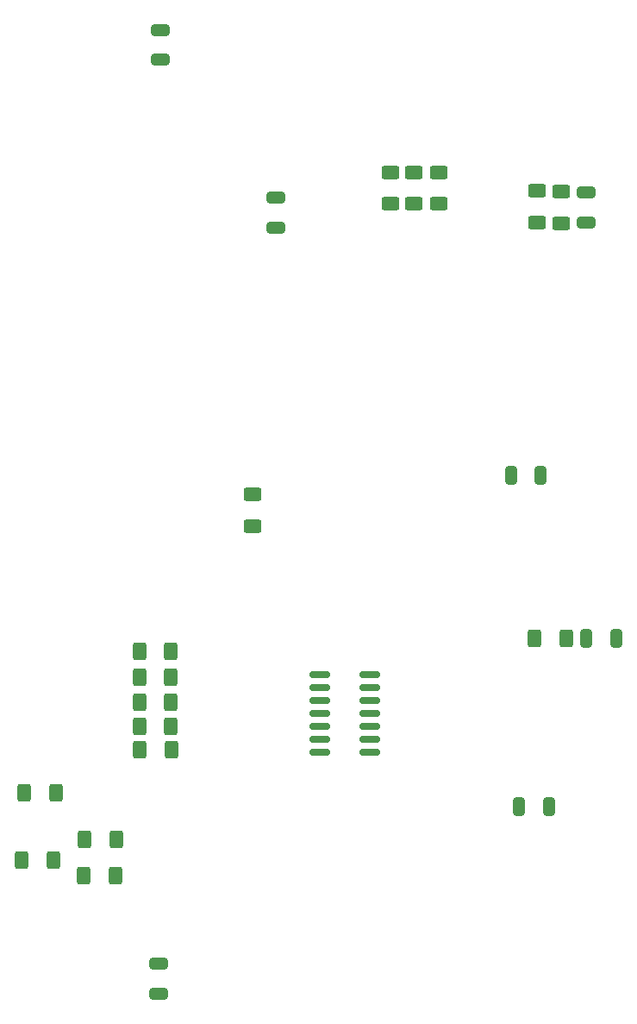
<source format=gbr>
%TF.GenerationSoftware,KiCad,Pcbnew,8.0.5-8.0.5-0~ubuntu22.04.1*%
%TF.CreationDate,2024-10-05T19:46:27+02:00*%
%TF.ProjectId,6502_6800_CPU,36353032-5f36-4383-9030-5f4350552e6b,rev?*%
%TF.SameCoordinates,Original*%
%TF.FileFunction,Paste,Bot*%
%TF.FilePolarity,Positive*%
%FSLAX46Y46*%
G04 Gerber Fmt 4.6, Leading zero omitted, Abs format (unit mm)*
G04 Created by KiCad (PCBNEW 8.0.5-8.0.5-0~ubuntu22.04.1) date 2024-10-05 19:46:27*
%MOMM*%
%LPD*%
G01*
G04 APERTURE LIST*
G04 Aperture macros list*
%AMRoundRect*
0 Rectangle with rounded corners*
0 $1 Rounding radius*
0 $2 $3 $4 $5 $6 $7 $8 $9 X,Y pos of 4 corners*
0 Add a 4 corners polygon primitive as box body*
4,1,4,$2,$3,$4,$5,$6,$7,$8,$9,$2,$3,0*
0 Add four circle primitives for the rounded corners*
1,1,$1+$1,$2,$3*
1,1,$1+$1,$4,$5*
1,1,$1+$1,$6,$7*
1,1,$1+$1,$8,$9*
0 Add four rect primitives between the rounded corners*
20,1,$1+$1,$2,$3,$4,$5,0*
20,1,$1+$1,$4,$5,$6,$7,0*
20,1,$1+$1,$6,$7,$8,$9,0*
20,1,$1+$1,$8,$9,$2,$3,0*%
G04 Aperture macros list end*
%ADD10RoundRect,0.250000X-0.650000X0.325000X-0.650000X-0.325000X0.650000X-0.325000X0.650000X0.325000X0*%
%ADD11RoundRect,0.250000X-0.625000X0.400000X-0.625000X-0.400000X0.625000X-0.400000X0.625000X0.400000X0*%
%ADD12RoundRect,0.250000X0.625000X-0.400000X0.625000X0.400000X-0.625000X0.400000X-0.625000X-0.400000X0*%
%ADD13RoundRect,0.250000X-0.325000X-0.650000X0.325000X-0.650000X0.325000X0.650000X-0.325000X0.650000X0*%
%ADD14RoundRect,0.250000X-0.400000X-0.625000X0.400000X-0.625000X0.400000X0.625000X-0.400000X0.625000X0*%
%ADD15RoundRect,0.250000X0.400000X0.625000X-0.400000X0.625000X-0.400000X-0.625000X0.400000X-0.625000X0*%
%ADD16RoundRect,0.250000X0.325000X0.650000X-0.325000X0.650000X-0.325000X-0.650000X0.325000X-0.650000X0*%
%ADD17RoundRect,0.250000X0.650000X-0.325000X0.650000X0.325000X-0.650000X0.325000X-0.650000X-0.325000X0*%
%ADD18RoundRect,0.150000X0.825000X0.150000X-0.825000X0.150000X-0.825000X-0.150000X0.825000X-0.150000X0*%
G04 APERTURE END LIST*
D10*
%TO.C,C2*%
X88800000Y-144300000D03*
X88800000Y-147250000D03*
%TD*%
D11*
%TO.C,R6*%
X98044000Y-98272000D03*
X98044000Y-101372000D03*
%TD*%
D12*
%TO.C,R5*%
X111633000Y-69723000D03*
X111633000Y-66623000D03*
%TD*%
D13*
%TO.C,C6*%
X123415000Y-96393000D03*
X126365000Y-96393000D03*
%TD*%
D12*
%TO.C,R4*%
X116332000Y-69723000D03*
X116332000Y-66623000D03*
%TD*%
D14*
%TO.C,R7*%
X86943000Y-121031000D03*
X90043000Y-121031000D03*
%TD*%
D15*
%TO.C,R13*%
X84582000Y-135636000D03*
X81482000Y-135636000D03*
%TD*%
D14*
%TO.C,R10*%
X86943000Y-113665000D03*
X90043000Y-113665000D03*
%TD*%
D10*
%TO.C,C5*%
X100330000Y-69088000D03*
X100330000Y-72038000D03*
%TD*%
D14*
%TO.C,R8*%
X86943000Y-118618000D03*
X90043000Y-118618000D03*
%TD*%
D15*
%TO.C,R14*%
X84634000Y-132080000D03*
X81534000Y-132080000D03*
%TD*%
%TO.C,R12*%
X128830000Y-112395000D03*
X125730000Y-112395000D03*
%TD*%
D13*
%TO.C,C9*%
X130810000Y-112395000D03*
X133760000Y-112395000D03*
%TD*%
D14*
%TO.C,R9*%
X86943000Y-116205000D03*
X90043000Y-116205000D03*
%TD*%
D16*
%TO.C,C10*%
X127205000Y-128905000D03*
X124255000Y-128905000D03*
%TD*%
D14*
%TO.C,R11*%
X86969000Y-123317000D03*
X90069000Y-123317000D03*
%TD*%
D17*
%TO.C,C1*%
X89000000Y-55600000D03*
X89000000Y-52650000D03*
%TD*%
D15*
%TO.C,R15*%
X78486000Y-134112000D03*
X75386000Y-134112000D03*
%TD*%
D12*
%TO.C,R3*%
X113919000Y-69723000D03*
X113919000Y-66623000D03*
%TD*%
D11*
%TO.C,R1*%
X125984000Y-68453000D03*
X125984000Y-71553000D03*
%TD*%
%TO.C,R2*%
X128397000Y-68528000D03*
X128397000Y-71628000D03*
%TD*%
D18*
%TO.C,U6*%
X109598000Y-115951000D03*
X109598000Y-117221000D03*
X109598000Y-118491000D03*
X109598000Y-119761000D03*
X109598000Y-121031000D03*
X109598000Y-122301000D03*
X109598000Y-123571000D03*
X104648000Y-123571000D03*
X104648000Y-122301000D03*
X104648000Y-121031000D03*
X104648000Y-119761000D03*
X104648000Y-118491000D03*
X104648000Y-117221000D03*
X104648000Y-115951000D03*
%TD*%
D10*
%TO.C,C4*%
X130810000Y-68629000D03*
X130810000Y-71579000D03*
%TD*%
D15*
%TO.C,R16*%
X78740000Y-127508000D03*
X75640000Y-127508000D03*
%TD*%
M02*

</source>
